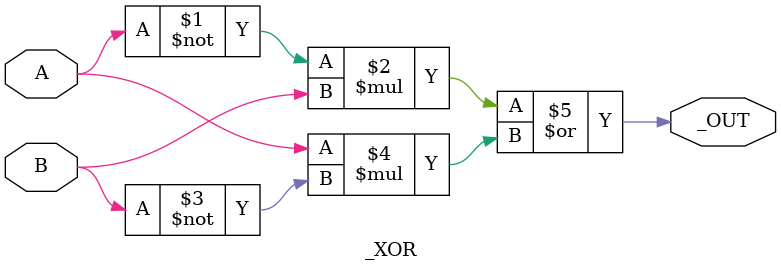
<source format=v>
module _XOR(_OUT,A,B);
//start

 //declare
 input A,B;
 output _OUT;
 
 //operate
 assign _OUT=(~A*B)|(A*~B);

//esc
endmodule
</source>
